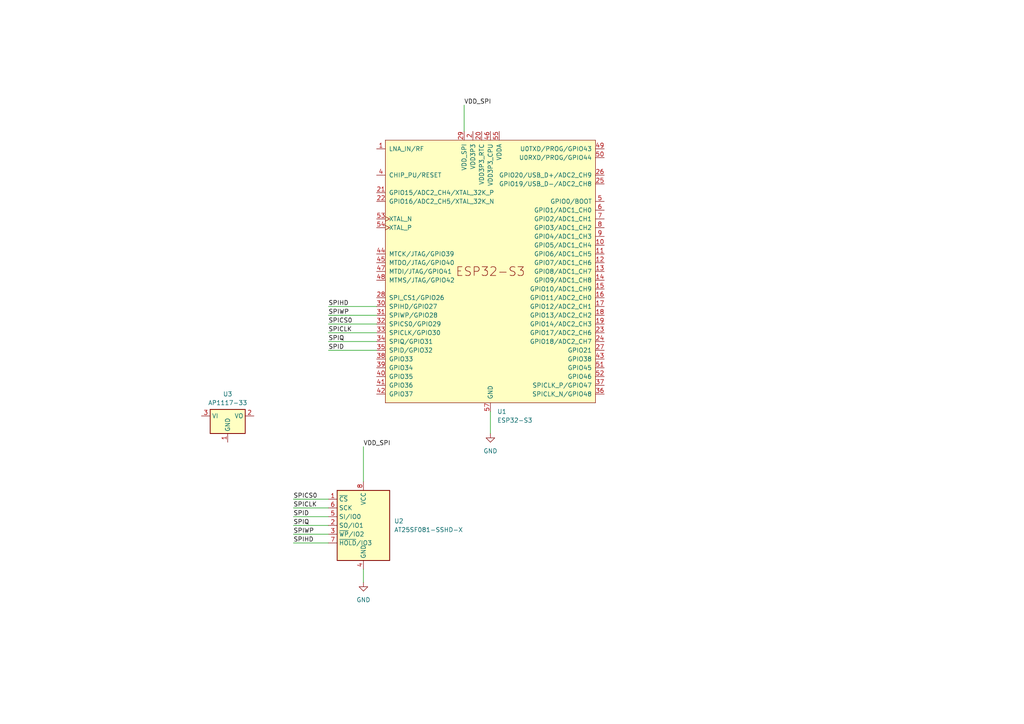
<source format=kicad_sch>
(kicad_sch (version 20230121) (generator eeschema)
  (paper "A4")
  (lib_symbols
    (symbol "Espressif:ESP32-S3" (pin_names (offset 1.016))
      (property "Reference" "U" (at -30.48 43.18 0))
      (property "Value" "ESP32-S3" (at -30.48 40.64 0))
      (symbol "ESP32-S3_0_0"
        (text "ESP32-S3" (at 0 0 0) (effects (font (size 2.54 2.54))))
        (pin bidirectional line (at 33.02 -35.56 180) (length 2.54) (name "SPICLK_N/GPIO48") (number "36"))
        (pin bidirectional line (at 33.02 -33.02 180) (length 2.54) (name "SPICLK_P/GPIO47") (number "37"))
      )
      (symbol "ESP32-S3_0_1"
        (rectangle (start -30.48 38.1) (end 30.48 -38.1) (fill (type background)))
      )
      (symbol "ESP32-S3_1_1"
        (pin bidirectional line (at -33.02 35.56 0) (length 2.54) (name "LNA_IN/RF") (number "1"))
        (pin bidirectional line (at 33.02 7.62 180) (length 2.54) (name "GPIO5/ADC1_CH4") (number "10"))
        (pin bidirectional line (at 33.02 5.08 180) (length 2.54) (name "GPIO6/ADC1_CH5") (number "11"))
        (pin bidirectional line (at 33.02 2.54 180) (length 2.54) (name "GPIO7/ADC1_CH6") (number "12"))
        (pin bidirectional line (at 33.02 0 180) (length 2.54) (name "GPIO8/ADC1_CH7") (number "13"))
        (pin bidirectional line (at 33.02 -2.54 180) (length 2.54) (name "GPIO9/ADC1_CH8") (number "14"))
        (pin bidirectional line (at 33.02 -5.08 180) (length 2.54) (name "GPIO10/ADC1_CH9") (number "15"))
        (pin bidirectional line (at 33.02 -7.62 180) (length 2.54) (name "GPIO11/ADC2_CH0") (number "16"))
        (pin bidirectional line (at 33.02 -10.16 180) (length 2.54) (name "GPIO12/ADC2_CH1") (number "17"))
        (pin bidirectional line (at 33.02 -12.7 180) (length 2.54) (name "GPIO13/ADC2_CH2") (number "18"))
        (pin bidirectional line (at 33.02 -15.24 180) (length 2.54) (name "GPIO14/ADC2_CH3") (number "19"))
        (pin power_in line (at -5.08 40.64 270) (length 2.54) (name "VDD3P3") (number "2"))
        (pin power_in line (at -2.54 40.64 270) (length 2.54) (name "VDD3P3_RTC") (number "20"))
        (pin bidirectional line (at -33.02 22.86 0) (length 2.54) (name "GPIO15/ADC2_CH4/XTAL_32K_P") (number "21"))
        (pin bidirectional line (at -33.02 20.32 0) (length 2.54) (name "GPIO16/ADC2_CH5/XTAL_32K_N") (number "22"))
        (pin bidirectional line (at 33.02 -17.78 180) (length 2.54) (name "GPIO17/ADC2_CH6") (number "23"))
        (pin bidirectional line (at 33.02 -20.32 180) (length 2.54) (name "GPIO18/ADC2_CH7") (number "24"))
        (pin bidirectional line (at 33.02 25.4 180) (length 2.54) (name "GPIO19/USB_D-/ADC2_CH8") (number "25"))
        (pin bidirectional line (at 33.02 27.94 180) (length 2.54) (name "GPIO20/USB_D+/ADC2_CH9") (number "26"))
        (pin bidirectional line (at 33.02 -22.86 180) (length 2.54) (name "GPIO21") (number "27"))
        (pin bidirectional line (at -33.02 -7.62 0) (length 2.54) (name "SPI_CS1/GPIO26") (number "28"))
        (pin power_out line (at -7.62 40.64 270) (length 2.54) (name "VDD_SPI") (number "29"))
        (pin power_in line (at -5.08 40.64 270) (length 2.54) hide (name "VDD3P3") (number "3"))
        (pin bidirectional line (at -33.02 -10.16 0) (length 2.54) (name "SPIHD/GPIO27") (number "30"))
        (pin bidirectional line (at -33.02 -12.7 0) (length 2.54) (name "SPIWP/GPIO28") (number "31"))
        (pin bidirectional line (at -33.02 -15.24 0) (length 2.54) (name "SPICS0/GPIO29") (number "32"))
        (pin bidirectional line (at -33.02 -17.78 0) (length 2.54) (name "SPICLK/GPIO30") (number "33"))
        (pin bidirectional line (at -33.02 -20.32 0) (length 2.54) (name "SPIQ/GPIO31") (number "34"))
        (pin bidirectional line (at -33.02 -22.86 0) (length 2.54) (name "SPID/GPIO32") (number "35"))
        (pin bidirectional line (at -33.02 -25.4 0) (length 2.54) (name "GPIO33") (number "38"))
        (pin bidirectional line (at -33.02 -27.94 0) (length 2.54) (name "GPIO34") (number "39"))
        (pin input line (at -33.02 27.94 0) (length 2.54) (name "CHIP_PU/RESET") (number "4"))
        (pin bidirectional line (at -33.02 -30.48 0) (length 2.54) (name "GPIO35") (number "40"))
        (pin bidirectional line (at -33.02 -33.02 0) (length 2.54) (name "GPIO36") (number "41"))
        (pin bidirectional line (at -33.02 -35.56 0) (length 2.54) (name "GPIO37") (number "42"))
        (pin bidirectional line (at 33.02 -25.4 180) (length 2.54) (name "GPIO38") (number "43"))
        (pin bidirectional line (at -33.02 5.08 0) (length 2.54) (name "MTCK/JTAG/GPIO39") (number "44"))
        (pin bidirectional line (at -33.02 2.54 0) (length 2.54) (name "MTDO/JTAG/GPIO40") (number "45"))
        (pin power_in line (at 0 40.64 270) (length 2.54) (name "VDD3P3_CPU") (number "46"))
        (pin bidirectional line (at -33.02 0 0) (length 2.54) (name "MTDI/JTAG/GPIO41") (number "47"))
        (pin bidirectional line (at -33.02 -2.54 0) (length 2.54) (name "MTMS/JTAG/GPIO42") (number "48"))
        (pin bidirectional line (at 33.02 35.56 180) (length 2.54) (name "U0TXD/PROG/GPIO43") (number "49"))
        (pin bidirectional line (at 33.02 20.32 180) (length 2.54) (name "GPIO0/BOOT") (number "5"))
        (pin bidirectional line (at 33.02 33.02 180) (length 2.54) (name "U0RXD/PROG/GPIO44") (number "50"))
        (pin bidirectional line (at 33.02 -27.94 180) (length 2.54) (name "GPIO45") (number "51"))
        (pin bidirectional line (at 33.02 -30.48 180) (length 2.54) (name "GPIO46") (number "52"))
        (pin input clock (at -33.02 15.24 0) (length 2.54) (name "XTAL_N") (number "53"))
        (pin output clock (at -33.02 12.7 0) (length 2.54) (name "XTAL_P") (number "54"))
        (pin power_in line (at 2.54 40.64 270) (length 2.54) (name "VDDA") (number "55"))
        (pin passive line (at 2.54 40.64 270) (length 2.54) hide (name "VDDA") (number "56"))
        (pin power_in line (at 0 -40.64 90) (length 2.54) (name "GND") (number "57"))
        (pin bidirectional line (at 33.02 17.78 180) (length 2.54) (name "GPIO1/ADC1_CH0") (number "6"))
        (pin bidirectional line (at 33.02 15.24 180) (length 2.54) (name "GPIO2/ADC1_CH1") (number "7"))
        (pin bidirectional line (at 33.02 12.7 180) (length 2.54) (name "GPIO3/ADC1_CH2") (number "8"))
        (pin bidirectional line (at 33.02 10.16 180) (length 2.54) (name "GPIO4/ADC1_CH3") (number "9"))
      )
    )
    (symbol "Memory_Flash:AT25SF081-SSHD-X"
      (property "Reference" "U" (at -6.35 11.43 0))
      (property "Value" "AT25SF081-SSHD-X" (at 11.43 11.43 0))
      (symbol "AT25SF081-SSHD-X_0_1"
        (rectangle (start -7.62 10.16) (end 7.62 -10.16) (stroke (width 0.254)) (fill (type background)))
      )
      (symbol "AT25SF081-SSHD-X_1_1"
        (pin input line (at -10.16 7.62 0) (length 2.54) (name "~{CS}") (number "1"))
        (pin bidirectional line (at -10.16 0 0) (length 2.54) (name "SO/IO1") (number "2"))
        (pin bidirectional line (at -10.16 -2.54 0) (length 2.54) (name "~{WP}/IO2") (number "3"))
        (pin power_in line (at 0 -12.7 90) (length 2.54) (name "GND") (number "4"))
        (pin bidirectional line (at -10.16 2.54 0) (length 2.54) (name "SI/IO0") (number "5"))
        (pin input line (at -10.16 5.08 0) (length 2.54) (name "SCK") (number "6"))
        (pin bidirectional line (at -10.16 -5.08 0) (length 2.54) (name "~{HOLD}/IO3") (number "7"))
        (pin power_in line (at 0 12.7 270) (length 2.54) (name "VCC") (number "8"))
      )
    )
    (symbol "Regulator_Linear:AP1117-33"
      (property "Reference" "U" (at -3.81 3.175 0))
      (property "Value" "AP1117-33" (at 0 3.175 0))
      (symbol "AP1117-33_0_1"
        (rectangle (start -5.08 -5.08) (end 5.08 1.905) (stroke (width 0.254)) (fill (type background)))
      )
      (symbol "AP1117-33_1_1"
        (pin power_in line (at 0 -7.62 90) (length 2.54) (name "GND") (number "1"))
        (pin power_out line (at 7.62 0 180) (length 2.54) (name "VO") (number "2"))
        (pin power_in line (at -7.62 0 0) (length 2.54) (name "VI") (number "3"))
      )
    )
    (symbol "power:GND" (power) (pin_names (offset 0))
      (property "Value" "GND" (at 0 -3.81 0))
      (symbol "GND_0_1"
        (polyline (pts (xy 0 0) (xy 0 -1.27) (xy 1.27 -1.27) (xy 0 -2.54) (xy -1.27 -1.27) (xy 0 -1.27)))
      )
      (symbol "GND_1_1"
        (pin power_in line (at 0 0 270) (length 0) hide (name "GND") (number "1"))
      )
    )
  )
  (wire (pts (xy 105.41 165.1) (xy 105.41 168.91)))
  (wire (pts (xy 85.09 157.48) (xy 95.25 157.48)))
  (wire (pts (xy 85.09 149.86) (xy 95.25 149.86)))
  (wire (pts (xy 142.24 119.38) (xy 142.24 125.73)))
  (wire (pts (xy 105.41 129.54) (xy 105.41 139.7)))
  (wire (pts (xy 95.25 96.52) (xy 109.22 96.52)))
  (wire (pts (xy 85.09 144.78) (xy 95.25 144.78)))
  (wire (pts (xy 85.09 154.94) (xy 95.25 154.94)))
  (wire (pts (xy 95.25 93.98) (xy 109.22 93.98)))
  (wire (pts (xy 134.62 30.48) (xy 134.62 38.1)))
  (wire (pts (xy 95.25 101.6) (xy 109.22 101.6)))
  (wire (pts (xy 95.25 99.06) (xy 109.22 99.06)))
  (wire (pts (xy 95.25 91.44) (xy 109.22 91.44)))
  (wire (pts (xy 95.25 88.9) (xy 109.22 88.9)))
  (wire (pts (xy 85.09 147.32) (xy 95.25 147.32)))
  (wire (pts (xy 85.09 152.4) (xy 95.25 152.4)))
  (label "SPIQ" (at 95.25 99.06 0))
  (label "VDD_SPI" (at 134.62 30.48 0))
  (label "SPIHD" (at 85.09 157.48 0))
  (label "SPIWP" (at 85.09 154.94 0))
  (label "VDD_SPI" (at 105.41 129.54 0))
  (label "SPICLK" (at 95.25 96.52 0))
  (label "SPID" (at 85.09 149.86 0))
  (label "SPICS0" (at 95.25 93.98 0))
  (label "SPIWP" (at 95.25 91.44 0))
  (label "SPID" (at 95.25 101.6 0))
  (label "SPICLK" (at 85.09 147.32 0))
  (label "SPIQ" (at 85.09 152.4 0))
  (label "SPIHD" (at 95.25 88.9 0))
  (label "SPICS0" (at 85.09 144.78 0))
  (symbol (lib_id "Memory_Flash:AT25SF081-SSHD-X") (at 105.41 152.4 0) (unit 1)
    (property "Reference" "U2" (at 114.3 151.13 0) (effects (justify left)))
    (property "Value" "AT25SF081-SSHD-X" (at 114.3 153.67 0) (effects (justify left)))
    (property "Footprint" "Package_SO:SOIC-8_3.9x4.9mm_P1.27mm" (effects hide))
    (property "Datasheet" "https://www.adestotech.com/wp-content/uploads/DS-AT25SF081_045.pdf" (effects hide))
  )
  (symbol (lib_id "power:GND") (at 105.41 168.91 0) (unit 1)
    (property "Reference" "#PWR02" (effects hide))
    (property "Value" "GND" (at 105.41 173.99 0))
  )
  (symbol (lib_id "Espressif:ESP32-S3") (at 142.24 78.74 0) (unit 1)
    (property "Reference" "U1" (at 144.1959 119.38 0) (effects (justify left)))
    (property "Value" "ESP32-S3" (at 144.1959 121.92 0) (effects (justify left)))
    (property "Footprint" "Package_DFN_QFN:QFN-56-1EP_7x7mm_P0.4mm_EP5.6x5.6mm" (effects hide))
    (property "Datasheet" "https://www.espressif.com/sites/default/files/documentation/esp32-s3_datasheet_en.pdf" (effects hide))
  )
  (symbol (lib_id "power:GND") (at 142.24 125.73 0) (unit 1)
    (property "Reference" "#PWR01" (effects hide))
    (property "Value" "GND" (at 142.24 130.81 0))
  )
  (symbol (lib_id "Regulator_Linear:AP1117-33") (at 66.04 120.65 0) (unit 1)
    (property "Reference" "U3" (at 66.04 114.3 0))
    (property "Value" "AP1117-33" (at 66.04 116.84 0))
    (property "Footprint" "Package_TO_SOT_SMD:SOT-223-3_TabPin2" (effects hide))
    (property "Datasheet" "http://www.diodes.com/datasheets/AP1117.pdf" (effects hide))
  )
)
</source>
